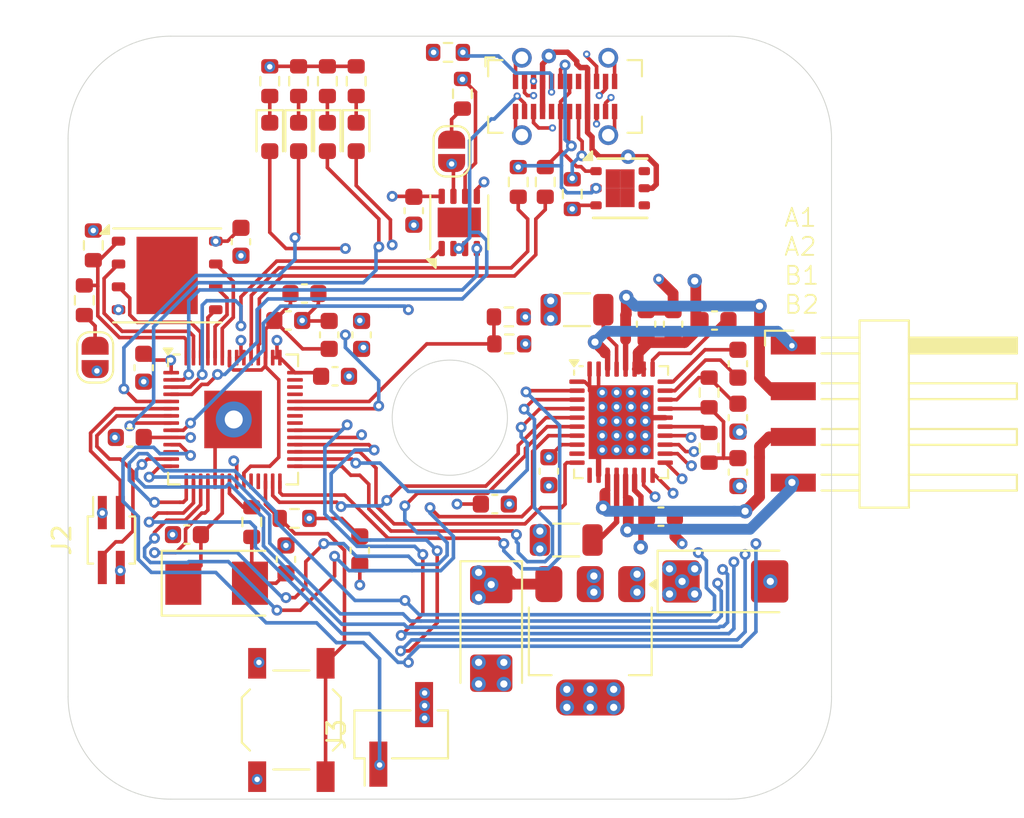
<source format=kicad_pcb>
(kicad_pcb
	(version 20240108)
	(generator "pcbnew")
	(generator_version "8.0")
	(general
		(thickness 1.6)
		(legacy_teardrops no)
	)
	(paper "A4")
	(layers
		(0 "F.Cu" signal)
		(1 "In1.Cu" signal)
		(2 "In2.Cu" signal)
		(31 "B.Cu" signal)
		(32 "B.Adhes" user "B.Adhesive")
		(33 "F.Adhes" user "F.Adhesive")
		(34 "B.Paste" user)
		(35 "F.Paste" user)
		(36 "B.SilkS" user "B.Silkscreen")
		(37 "F.SilkS" user "F.Silkscreen")
		(38 "B.Mask" user)
		(39 "F.Mask" user)
		(40 "Dwgs.User" user "User.Drawings")
		(41 "Cmts.User" user "User.Comments")
		(42 "Eco1.User" user "User.Eco1")
		(43 "Eco2.User" user "User.Eco2")
		(44 "Edge.Cuts" user)
		(45 "Margin" user)
		(46 "B.CrtYd" user "B.Courtyard")
		(47 "F.CrtYd" user "F.Courtyard")
		(48 "B.Fab" user)
		(49 "F.Fab" user)
		(50 "User.1" user)
		(51 "User.2" user)
		(52 "User.3" user)
		(53 "User.4" user)
		(54 "User.5" user)
		(55 "User.6" user)
		(56 "User.7" user)
		(57 "User.8" user)
		(58 "User.9" user)
	)
	(setup
		(stackup
			(layer "F.SilkS"
				(type "Top Silk Screen")
			)
			(layer "F.Paste"
				(type "Top Solder Paste")
			)
			(layer "F.Mask"
				(type "Top Solder Mask")
				(thickness 0.01)
			)
			(layer "F.Cu"
				(type "copper")
				(thickness 0.035)
			)
			(layer "dielectric 1"
				(type "prepreg")
				(thickness 0.1)
				(material "FR4")
				(epsilon_r 4.5)
				(loss_tangent 0.02)
			)
			(layer "In1.Cu"
				(type "copper")
				(thickness 0.035)
			)
			(layer "dielectric 2"
				(type "core")
				(thickness 1.24)
				(material "FR4")
				(epsilon_r 4.5)
				(loss_tangent 0.02)
			)
			(layer "In2.Cu"
				(type "copper")
				(thickness 0.035)
			)
			(layer "dielectric 3"
				(type "prepreg")
				(thickness 0.1)
				(material "FR4")
				(epsilon_r 4.5)
				(loss_tangent 0.02)
			)
			(layer "B.Cu"
				(type "copper")
				(thickness 0.035)
			)
			(layer "B.Mask"
				(type "Bottom Solder Mask")
				(thickness 0.01)
			)
			(layer "B.Paste"
				(type "Bottom Solder Paste")
			)
			(layer "B.SilkS"
				(type "Bottom Silk Screen")
			)
			(copper_finish "None")
			(dielectric_constraints no)
		)
		(pad_to_mask_clearance 0)
		(allow_soldermask_bridges_in_footprints no)
		(pcbplotparams
			(layerselection 0x00010fc_ffffffff)
			(plot_on_all_layers_selection 0x0000000_00000000)
			(disableapertmacros no)
			(usegerberextensions no)
			(usegerberattributes yes)
			(usegerberadvancedattributes yes)
			(creategerberjobfile yes)
			(dashed_line_dash_ratio 12.000000)
			(dashed_line_gap_ratio 3.000000)
			(svgprecision 4)
			(plotframeref no)
			(viasonmask no)
			(mode 1)
			(useauxorigin no)
			(hpglpennumber 1)
			(hpglpenspeed 20)
			(hpglpendiameter 15.000000)
			(pdf_front_fp_property_popups yes)
			(pdf_back_fp_property_popups yes)
			(dxfpolygonmode yes)
			(dxfimperialunits yes)
			(dxfusepcbnewfont yes)
			(psnegative no)
			(psa4output no)
			(plotreference yes)
			(plotvalue yes)
			(plotfptext yes)
			(plotinvisibletext no)
			(sketchpadsonfab no)
			(subtractmaskfromsilk no)
			(outputformat 1)
			(mirror no)
			(drillshape 1)
			(scaleselection 1)
			(outputdirectory "")
		)
	)
	(net 0 "")
	(net 1 "Net-(U1-VCP)")
	(net 2 "Net-(U1-CPI)")
	(net 3 "Net-(U1-CPO)")
	(net 4 "GND")
	(net 5 "+5V")
	(net 6 "Net-(U1-VCC)")
	(net 7 "Net-(J1-Pin_2)")
	(net 8 "Net-(J1-Pin_1)")
	(net 9 "Net-(J1-Pin_3)")
	(net 10 "Net-(J1-Pin_4)")
	(net 11 "/DCIN")
	(net 12 "/DCEN")
	(net 13 "/STEP")
	(net 14 "/SPI_CLK")
	(net 15 "/SPI_MISO")
	(net 16 "/SPI_MODE")
	(net 17 "/SPI_MOSI")
	(net 18 "/DIAG1")
	(net 19 "/SPI_CS")
	(net 20 "/DCO")
	(net 21 "/DIR")
	(net 22 "/DIAG0")
	(net 23 "/EN")
	(net 24 "Net-(U1-BRB)")
	(net 25 "Net-(U1-BRA)")
	(net 26 "Net-(U1-AIN_IREF)")
	(net 27 "unconnected-(U1-NC-Pad11)")
	(net 28 "unconnected-(U1-DNC-Pad9)")
	(net 29 "VCC")
	(net 30 "VBUS")
	(net 31 "Net-(U3-XIN)")
	(net 32 "Net-(C11-Pad1)")
	(net 33 "+1V1")
	(net 34 "Net-(D8-K)")
	(net 35 "/LED")
	(net 36 "unconnected-(D10-IO3-Pad4)")
	(net 37 "Net-(D10-IO2)")
	(net 38 "Net-(D10-IO1)")
	(net 39 "Net-(U2-~{CS})")
	(net 40 "/BOOT")
	(net 41 "/RST")
	(net 42 "Net-(U3-XOUT)")
	(net 43 "/DN")
	(net 44 "/DP")
	(net 45 "Net-(J4-CC2)")
	(net 46 "Net-(J4-CC1)")
	(net 47 "/V_IN")
	(net 48 "Net-(U2-CLK)")
	(net 49 "Net-(U2-DI(IO0))")
	(net 50 "Net-(U2-IO2)")
	(net 51 "Net-(U2-DO(IO1))")
	(net 52 "Net-(U2-IO3)")
	(net 53 "unconnected-(U3-GPIO24-Pad36)")
	(net 54 "unconnected-(U3-GPIO29_ADC3-Pad41)")
	(net 55 "unconnected-(U3-GPIO23-Pad35)")
	(net 56 "/RX")
	(net 57 "unconnected-(U3-GPIO9-Pad12)")
	(net 58 "unconnected-(U3-GPIO28_ADC2-Pad40)")
	(net 59 "/SWCLK")
	(net 60 "/ENDSTOP")
	(net 61 "/SDA")
	(net 62 "/TX_EN")
	(net 63 "/SCL")
	(net 64 "/TX")
	(net 65 "unconnected-(U3-GPIO27_ADC1-Pad39)")
	(net 66 "/SWDIO")
	(net 67 "Net-(J4-TX1+)")
	(net 68 "Net-(J4-TX1-)")
	(net 69 "unconnected-(J4-SBU1-PadA8)")
	(net 70 "Net-(J4-RX1-)")
	(net 71 "unconnected-(J4-SBU2-PadB8)")
	(net 72 "Net-(JP1-B)")
	(net 73 "Net-(D1-K)")
	(net 74 "/LED1")
	(net 75 "/LED2")
	(net 76 "Net-(D2-K)")
	(net 77 "/LED3")
	(net 78 "Net-(D3-K)")
	(footprint "LED_SMD:LED_0603_1608Metric" (layer "F.Cu") (at 143.6 81.6 -90))
	(footprint "Package_SON:WSON-8-1EP_6x5mm_P1.27mm_EP3.4x4.3mm" (layer "F.Cu") (at 133.1 89.295))
	(footprint "LED_SMD:LED_0603_1608Metric" (layer "F.Cu") (at 142 81.6 -90))
	(footprint "Resistor_SMD:R_0603_1608Metric" (layer "F.Cu") (at 128.5 90.675 90))
	(footprint "Capacitor_SMD:C_0603_1608Metric" (layer "F.Cu") (at 164.8 100.225 90))
	(footprint "Resistor_SMD:R_0603_1608Metric" (layer "F.Cu") (at 152.1 93.1))
	(footprint "Capacitor_SMD:C_0603_1608Metric" (layer "F.Cu") (at 154.3 100.175 90))
	(footprint "Button_Switch_SMD:SW_SPST_TL3342" (layer "F.Cu") (at 140 114 -90))
	(footprint "Capacitor_SMD:C_0603_1608Metric" (layer "F.Cu") (at 142.425 94.9 180))
	(footprint "Resistor_SMD:R_0603_1608Metric" (layer "F.Cu") (at 154.1 84.1 -90))
	(footprint "MountingHole:MountingHole_3.2mm_M3" (layer "F.Cu") (at 133.3 81.7))
	(footprint "Resistor_SMD:R_0603_1608Metric" (layer "F.Cu") (at 143.6 78.5 90))
	(footprint "Resistor_SMD:R_1206_3216Metric" (layer "F.Cu") (at 155.2625 104 180))
	(footprint "Capacitor_SMD:C_0603_1608Metric" (layer "F.Cu") (at 146.8 85.7 90))
	(footprint "Capacitor_SMD:C_0603_1608Metric" (layer "F.Cu") (at 163.5 91.8 180))
	(footprint "Capacitor_Tantalum_SMD:CP_EIA-6032-28_Kemet-C" (layer "F.Cu") (at 151.1 108.9375 -90))
	(footprint "Resistor_SMD:R_0603_1608Metric" (layer "F.Cu") (at 152.075 91.6 180))
	(footprint "MountingHole:MountingHole_3.2mm_M3" (layer "F.Cu") (at 164.3 81.7))
	(footprint "Resistor_SMD:R_0603_1608Metric" (layer "F.Cu") (at 163.2 98.875 90))
	(footprint "Resistor_SMD:R_0603_1608Metric" (layer "F.Cu") (at 140.4 78.5 90))
	(footprint "Resistor_SMD:R_0603_1608Metric" (layer "F.Cu") (at 148.7 76.9))
	(footprint "Connector_Harwin:Harwin_M20-89004xx_1x04_P2.54mm_Horizontal" (layer "F.Cu") (at 173.4 97))
	(footprint "Capacitor_SMD:C_0603_1608Metric" (layer "F.Cu") (at 131.8 94.425 90))
	(footprint "Capacitor_SMD:C_0603_1608Metric" (layer "F.Cu") (at 160.525 102.7 180))
	(footprint "Capacitor_SMD:C_0603_1608Metric" (layer "F.Cu") (at 159.7 92 -90))
	(footprint "Connector_USB:USB_C_Receptacle_GCT_USB4115-03-C" (layer "F.Cu") (at 155.2 79.35))
	(footprint "Resistor_SMD:R_1206_3216Metric" (layer "F.Cu") (at 155.8625 91.2 180))
	(footprint "Resistor_SMD:R_0603_1608Metric" (layer "F.Cu") (at 129 87.625 90))
	(footprint "MountingHole:MountingHole_3.2mm_M3" (layer "F.Cu") (at 133.3 112.7))
	(footprint "Connector_PinHeader_2.54mm:PinHeader_1x02_P2.54mm_Vertical_SMD_Pin1Left" (layer "F.Cu") (at 146.1 114.8 90))
	(footprint "Capacitor_SMD:C_0603_1608Metric" (layer "F.Cu") (at 131.025 98.3))
	(footprint "Capacitor_SMD:C_0603_1608Metric" (layer "F.Cu") (at 151.3 102))
	(footprint "Package_TO_SOT_SMD:SOT-223-3_TabPin2" (layer "F.Cu") (at 156.6 109.6 -90))
	(footprint "Package_DFN_QFN:QFN-36-1EP_5x6mm_P0.5mm_EP3.6x4.1mm" (layer "F.Cu") (at 158.3125 97.45))
	(footprint "MountingHole:MountingHole_3.2mm_M3" (layer "F.Cu") (at 164.3 112.7))
	(footprint "Capacitor_SMD:C_0603_1608Metric" (layer "F.Cu") (at 161.2 92 90))
	(footprint "Jumper:SolderJumper-2_P1.3mm_Open_RoundedPad1.0x1.5mm"
		(layer "F.Cu")
		(uuid "8f794bac-16f7-45a2-a711-9680e23f7489")
		(at 129.1 93.85 -90)
		(descr "SMD Solder Jumper, 1x1.5mm, rounded Pads, 0.3mm gap, open")
		(tags "solder jumper open")
		(property "Reference" "JP2"
			(at 0 -1.8 90)
			(layer "F.SilkS")
			(hide yes)
			(uuid "baa86c81-9188-4f78-9f43-f889c3818074")
			(effects
				(font
					(size 1 1)
					(thickness 0.15)
				)
			)
		)
		(property "Value" "Jumper_2_Small_Open"
			(at 0 1.9 90)
			(layer "F.Fab")
			(uuid "b2a07748-0a57-4fcb-8833-72a611858f37")
			(effects
				(font
					(size 1 1)
					(thickness 0.15)
				)
			)
		)
		(property "Footprint" "Jumper:SolderJumper-2_P1.3mm_Open_RoundedPad1.0x1.5mm"
			(at 0 0 -90)
			(unlocked yes)
			(layer "F.Fab")
			(hide yes)
			(uuid "7162db4c-dd0f-4a64-8e3e-d870f5f74ce5")
			(effects
				(font
					(size 1.27 1.27)
				)
			)
		)
		(property "Datasheet" ""
			(at 0 0 -90)
			(unlocked yes)
			(layer "F.Fab")
			(hide yes)
			(uuid "83302abc-bdd4-4dc6-a034-f1087b8178c3")
			(effects
				(font
					(size 1.27 1.27)
				)
			)
		)
		(property "Description" "Jumper, 2-pole, small symbol, open"
			(at 0 0 -90)
			(unlocked yes)
			(layer "F.Fab")
			(hide yes)
			(uuid "2686b4bf-88e4-48d1-a407-4642c50cb876")
			(effects
				(font
					(size 1.27 1.27)
				)
			)
		)
		(property ki_fp_filters "Jumper* TestPoint*2Pads* TestPoint*Bridge*")
		(path "/3b15015b-3fe7-42b4-9271-b5f34117d91b")
		(sheetname "Root")
		(sheetfile "motor_driver.kicad_sch")
		(zone_connect 1)
		(attr exclude_from_pos_files)
		(fp_line
			(start 0.7 1)
			(end -0.7 1)
			(stroke
				(width 0.12)
				(type solid)
			)
			(layer "F.SilkS")
			(uuid "add00564-6999-4969-9ec5-580f56b28fc8")
		)
		(fp_line
			(start -1.4 0.3)
			(end -1.4 -0.3)
			(stroke
				(width 0.12)
				(type solid)
			)
			(layer "F.SilkS")
			(uuid "d22e9de3-792a-400f-a973-c83cac6b6935")
		)
		(fp_line
			(start 1.4 -0.3)
			(end 1.4 0.3)
			(stroke
				(width 0.12)
				(type solid)
			)
			(layer "F.SilkS")
			(uuid "d0c6ac69-435c-4162-8186-6c04d01ece4e")
		)
		(fp_line
			(start -0.7 -1)
			(end 0.7 -1)
			(stroke
				(width 0.12)
				(type solid)
			)
			(layer "F.SilkS")
			(uuid "eb0a9866-a7f8-4b5a-86f1-feb9f594b0ec")
		)
		(fp_arc
			(start -0.7 1)
			(mid -1.194975 0.794975)
			(end -1.4 0.3)
			(stroke
				(width 0.12)
				(type solid)
			)
			(layer "F.SilkS")
			(uuid "6a0c7ef6-02c5-4d2f-acfd-ac150b762c10")
		)
		(fp_arc
			(start 1.4 0.3)
			(mid 1.194975 0.794975)
			(end 0.7 1)
			(stroke
				(width 0.12)
				(type solid)
			)
			(layer "F.SilkS")
			(uuid "6030a80f-ec11-4c9e-a077-4c58bcd5238b")
		)
		(fp_arc
			(start -1.4 -0.3)
			(mid -1.194975 -0.794975)
			(end -0.7 -1)
			(stroke
				(width 0.12)
				(type solid)
			)
			(layer "F.SilkS")
			(uuid "0b257d99-dfd1-4116-a1d0-2d828d75b5b2")
		)
		(fp_arc
			(start 0.7 -1)
			(mid 1.194975 -0.794975)
			(end 1.4 -0.3)
			(stroke
				(width 0.12)
				(type solid)
			)
			(layer "F.SilkS")
			(uuid "bcd074c0-5f99-4dd5-
... [531543 chars truncated]
</source>
